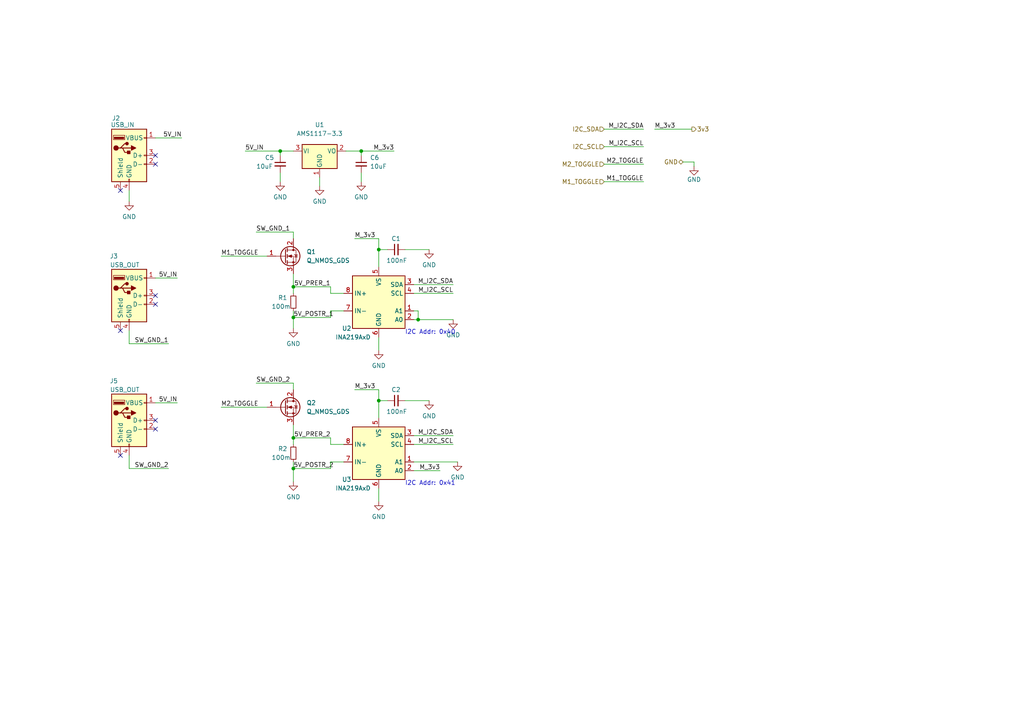
<source format=kicad_sch>
(kicad_sch (version 20211123) (generator eeschema)
  (paper "A4")
  (title_block (title "Smart USB Port") (date "2022-10-23") (rev "0.1"))
  (lib_symbols
    (symbol "Analog_ADC:INA219AxD"
      (property "Reference" "U" (at -6.35 8.89 0))
      (property "Value" "INA219AxD" (at 5.08 8.89 0))
      (symbol "INA219AxD_0_1"
        (rectangle (start -7.62 7.62) (end 7.62 -7.62) (stroke (width 0.254)) (fill (type background)))
      )
      (symbol "INA219AxD_1_1"
        (pin input line (at 10.16 -2.54 180) (length 2.54) (name "A1") (number "1"))
        (pin input line (at 10.16 -5.08 180) (length 2.54) (name "A0") (number "2"))
        (pin bidirectional line (at 10.16 5.08 180) (length 2.54) (name "SDA") (number "3"))
        (pin input line (at 10.16 2.54 180) (length 2.54) (name "SCL") (number "4"))
        (pin power_in line (at 0 10.16 270) (length 2.54) (name "VS") (number "5"))
        (pin power_in line (at 0 -10.16 90) (length 2.54) (name "GND") (number "6"))
        (pin input line (at -10.16 -2.54 0) (length 2.54) (name "IN-") (number "7"))
        (pin input line (at -10.16 2.54 0) (length 2.54) (name "IN+") (number "8"))
      )
    )
    (symbol "Connector:USB_A" (pin_names (offset 1.016))
      (property "Reference" "J" (at -5.08 11.43 0))
      (property "Value" "USB_A" (at -5.08 8.89 0))
      (symbol "USB_A_0_1"
        (rectangle (start -5.08 -7.62) (end 5.08 7.62) (stroke (width 0.254)) (fill (type background)))
        (circle (center -3.81 2.159) (radius 0.635) (stroke (width 0.254)) (fill (type outline)))
        (rectangle (start -1.524 4.826) (end -4.318 5.334) (fill (type outline)))
        (rectangle (start -1.27 4.572) (end -4.572 5.842))
        (circle (center -0.635 3.429) (radius 0.381) (stroke (width 0.254)) (fill (type outline)))
        (rectangle (start -0.127 -7.62) (end 0.127 -6.858))
        (polyline (pts (xy -3.175 2.159) (xy -2.54 2.159) (xy -1.27 3.429) (xy -0.635 3.429)) (stroke (width 0.254)))
        (polyline (pts (xy -2.54 2.159) (xy -1.905 2.159) (xy -1.27 0.889) (xy 0 0.889)) (stroke (width 0.254)))
        (polyline (pts (xy 0.635 2.794) (xy 0.635 1.524) (xy 1.905 2.159) (xy 0.635 2.794)) (stroke (width 0.254)) (fill (type outline)))
        (rectangle (start 0.254 1.27) (end -0.508 0.508) (stroke (width 0.254)) (fill (type outline)))
        (rectangle (start 5.08 -2.667) (end 4.318 -2.413))
        (rectangle (start 5.08 -0.127) (end 4.318 0.127))
        (rectangle (start 5.08 4.953) (end 4.318 5.207))
      )
      (symbol "USB_A_1_1"
        (polyline (pts (xy -1.905 2.159) (xy 0.635 2.159)) (stroke (width 0.254)))
        (pin power_in line (at 7.62 5.08 180) (length 2.54) (name "VBUS") (number "1"))
        (pin bidirectional line (at 7.62 -2.54 180) (length 2.54) (name "D-") (number "2"))
        (pin bidirectional line (at 7.62 0 180) (length 2.54) (name "D+") (number "3"))
        (pin power_in line (at 0 -10.16 90) (length 2.54) (name "GND") (number "4"))
        (pin passive line (at -2.54 -10.16 90) (length 2.54) (name "Shield") (number "5"))
      )
    )
    (symbol "Device:C_Small" (pin_numbers hide) (pin_names (offset 0.254) hide)
      (property "Reference" "C" (at 0.254 1.778 0))
      (property "Value" "C_Small" (at 0.254 -2.032 0))
      (symbol "C_Small_0_1"
        (polyline (pts (xy -1.524 -0.508) (xy 1.524 -0.508)) (stroke (width 0.3302)))
        (polyline (pts (xy -1.524 0.508) (xy 1.524 0.508)) (stroke (width 0.3048)))
      )
      (symbol "C_Small_1_1"
        (pin passive line (at 0 2.54 270) (length 2.032) (name "~") (number "1"))
        (pin passive line (at 0 -2.54 90) (length 2.032) (name "~") (number "2"))
      )
    )
    (symbol "Device:Q_NMOS_GDS" (pin_names (offset 0) hide)
      (property "Reference" "Q" (at 5.08 1.27 0))
      (property "Value" "Q_NMOS_GDS" (at 5.08 -1.27 0))
      (symbol "Q_NMOS_GDS_0_1"
        (polyline (pts (xy 0.254 0) (xy -2.54 0)))
        (polyline (pts (xy 0.254 1.905) (xy 0.254 -1.905)) (stroke (width 0.254)))
        (polyline (pts (xy 0.762 -1.27) (xy 0.762 -2.286)) (stroke (width 0.254)))
        (polyline (pts (xy 0.762 0.508) (xy 0.762 -0.508)) (stroke (width 0.254)))
        (polyline (pts (xy 0.762 2.286) (xy 0.762 1.27)) (stroke (width 0.254)))
        (polyline (pts (xy 2.54 2.54) (xy 2.54 1.778)))
        (polyline (pts (xy 2.54 -2.54) (xy 2.54 0) (xy 0.762 0)))
        (polyline (pts (xy 0.762 -1.778) (xy 3.302 -1.778) (xy 3.302 1.778) (xy 0.762 1.778)))
        (polyline (pts (xy 1.016 0) (xy 2.032 0.381) (xy 2.032 -0.381) (xy 1.016 0)) (fill (type outline)))
        (polyline (pts (xy 2.794 0.508) (xy 2.921 0.381) (xy 3.683 0.381) (xy 3.81 0.254)))
        (polyline (pts (xy 3.302 0.381) (xy 2.921 -0.254) (xy 3.683 -0.254) (xy 3.302 0.381)))
        (circle (center 1.651 0) (radius 2.794) (stroke (width 0.254)))
        (circle (center 2.54 -1.778) (radius 0.254) (fill (type outline)))
        (circle (center 2.54 1.778) (radius 0.254) (fill (type outline)))
      )
      (symbol "Q_NMOS_GDS_1_1"
        (pin input line (at -5.08 0 0) (length 2.54) (name "G") (number "1"))
        (pin passive line (at 2.54 5.08 270) (length 2.54) (name "D") (number "2"))
        (pin passive line (at 2.54 -5.08 90) (length 2.54) (name "S") (number "3"))
      )
    )
    (symbol "Device:R_Small" (pin_numbers hide) (pin_names (offset 0.254) hide)
      (property "Reference" "R" (at 0.762 0.508 0))
      (property "Value" "R_Small" (at 0.762 -1.016 0))
      (symbol "R_Small_0_1"
        (rectangle (start -0.762 1.778) (end 0.762 -1.778) (stroke (width 0.2032)))
      )
      (symbol "R_Small_1_1"
        (pin passive line (at 0 2.54 270) (length 0.762) (name "~") (number "1"))
        (pin passive line (at 0 -2.54 90) (length 0.762) (name "~") (number "2"))
      )
    )
    (symbol "Regulator_Linear:AMS1117-3.3" (pin_names (offset 0.254))
      (property "Reference" "U" (at -3.81 3.175 0))
      (property "Value" "AMS1117-3.3" (at 0 3.175 0))
      (symbol "AMS1117-3.3_0_1"
        (rectangle (start -5.08 -5.08) (end 5.08 1.905) (stroke (width 0.254)) (fill (type background)))
      )
      (symbol "AMS1117-3.3_1_1"
        (pin power_in line (at 0 -7.62 90) (length 2.54) (name "GND") (number "1"))
        (pin power_out line (at 7.62 0 180) (length 2.54) (name "VO") (number "2"))
        (pin power_in line (at -7.62 0 0) (length 2.54) (name "VI") (number "3"))
      )
    )
    (symbol "power:GND" (power) (pin_names (offset 0))
      (property "Value" "GND" (at 0 -3.81 0))
      (symbol "GND_0_1"
        (polyline (pts (xy 0 0) (xy 0 -1.27) (xy 1.27 -1.27) (xy 0 -2.54) (xy -1.27 -1.27) (xy 0 -1.27)))
      )
      (symbol "GND_1_1"
        (pin power_in line (at 0 0 270) (length 0) hide (name "GND") (number "1"))
      )
    )
  )
  (junction (at 121.285 92.71))
  (junction (at 85.09 127))
  (junction (at 85.09 83.185))
  (junction (at 109.855 72.39))
  (junction (at 109.855 116.205))
  (junction (at 85.09 92.075))
  (junction (at 81.28 43.815))
  (junction (at 85.09 135.89))
  (junction (at 104.775 43.815))
  (no_connect (at 45.085 45.085))
  (no_connect (at 45.085 47.625))
  (no_connect (at 45.085 85.725))
  (no_connect (at 45.085 88.265))
  (no_connect (at 34.925 95.885))
  (no_connect (at 34.925 55.245))
  (no_connect (at 34.925 132.08))
  (no_connect (at 45.085 121.92))
  (no_connect (at 45.085 124.46))
  (wire (pts (xy 85.09 83.185) (xy 95.885 83.185)))
  (wire (pts (xy 120.015 90.17) (xy 121.285 90.17)))
  (wire (pts (xy 99.695 133.985) (xy 95.885 133.985)))
  (wire (pts (xy 175.26 37.465) (xy 186.69 37.465)))
  (wire (pts (xy 64.135 74.295) (xy 77.47 74.295)))
  (wire (pts (xy 85.09 135.89) (xy 85.09 139.7)))
  (wire (pts (xy 104.775 43.815) (xy 114.3 43.815)))
  (wire (pts (xy 37.465 99.695) (xy 48.895 99.695)))
  (wire (pts (xy 109.855 116.205) (xy 112.395 116.205)))
  (wire (pts (xy 99.695 90.17) (xy 95.885 90.17)))
  (wire (pts (xy 102.87 69.215) (xy 109.855 69.215)))
  (wire (pts (xy 95.885 135.89) (xy 85.09 135.89)))
  (wire (pts (xy 104.775 52.705) (xy 104.775 50.165)))
  (wire (pts (xy 120.015 85.09) (xy 131.445 85.09)))
  (wire (pts (xy 120.015 126.365) (xy 131.445 126.365)))
  (wire (pts (xy 109.855 69.215) (xy 109.855 72.39)))
  (wire (pts (xy 85.09 83.185) (xy 85.09 85.09)))
  (wire (pts (xy 85.09 90.17) (xy 85.09 92.075)))
  (wire (pts (xy 186.69 52.705) (xy 175.26 52.705)))
  (wire (pts (xy 85.09 92.075) (xy 85.09 95.25)))
  (wire (pts (xy 74.295 111.125) (xy 85.09 111.125)))
  (wire (pts (xy 201.295 46.99) (xy 198.12 46.99)))
  (wire (pts (xy 85.09 69.215) (xy 85.09 67.31)))
  (wire (pts (xy 95.885 133.985) (xy 95.885 135.89)))
  (wire (pts (xy 109.855 116.205) (xy 109.855 121.285)))
  (wire (pts (xy 71.12 43.815) (xy 81.28 43.815)))
  (wire (pts (xy 109.855 141.605) (xy 109.855 145.415)))
  (wire (pts (xy 120.015 133.985) (xy 132.715 133.985)))
  (wire (pts (xy 81.28 52.705) (xy 81.28 50.165)))
  (wire (pts (xy 109.855 72.39) (xy 112.395 72.39)))
  (wire (pts (xy 95.885 128.905) (xy 95.885 127)))
  (wire (pts (xy 45.085 80.645) (xy 51.435 80.645)))
  (wire (pts (xy 120.015 128.905) (xy 131.445 128.905)))
  (wire (pts (xy 120.015 136.525) (xy 127.635 136.525)))
  (wire (pts (xy 121.285 90.17) (xy 121.285 92.71)))
  (wire (pts (xy 201.295 46.99) (xy 201.295 48.26)))
  (wire (pts (xy 120.015 92.71) (xy 121.285 92.71)))
  (wire (pts (xy 120.015 82.55) (xy 131.445 82.55)))
  (wire (pts (xy 99.695 85.09) (xy 95.885 85.09)))
  (wire (pts (xy 85.09 127) (xy 85.09 128.905)))
  (wire (pts (xy 64.135 118.11) (xy 77.47 118.11)))
  (wire (pts (xy 92.71 51.435) (xy 92.71 53.975)))
  (wire (pts (xy 45.085 40.005) (xy 52.705 40.005)))
  (wire (pts (xy 117.475 72.39) (xy 124.46 72.39)))
  (wire (pts (xy 117.475 116.205) (xy 124.46 116.205)))
  (wire (pts (xy 175.26 42.545) (xy 186.69 42.545)))
  (wire (pts (xy 109.855 72.39) (xy 109.855 77.47)))
  (wire (pts (xy 95.885 90.17) (xy 95.885 92.075)))
  (wire (pts (xy 95.885 92.075) (xy 85.09 92.075)))
  (wire (pts (xy 85.09 79.375) (xy 85.09 83.185)))
  (wire (pts (xy 85.09 113.03) (xy 85.09 111.125)))
  (wire (pts (xy 99.695 128.905) (xy 95.885 128.905)))
  (wire (pts (xy 37.465 95.885) (xy 37.465 99.695)))
  (wire (pts (xy 37.465 135.89) (xy 48.895 135.89)))
  (wire (pts (xy 109.855 113.03) (xy 109.855 116.205)))
  (wire (pts (xy 45.085 116.84) (xy 51.435 116.84)))
  (wire (pts (xy 95.885 85.09) (xy 95.885 83.185)))
  (wire (pts (xy 81.28 43.815) (xy 81.28 45.085)))
  (wire (pts (xy 100.33 43.815) (xy 104.775 43.815)))
  (wire (pts (xy 186.69 47.625) (xy 175.26 47.625)))
  (wire (pts (xy 102.87 113.03) (xy 109.855 113.03)))
  (wire (pts (xy 37.465 132.08) (xy 37.465 135.89)))
  (wire (pts (xy 104.775 43.815) (xy 104.775 45.085)))
  (wire (pts (xy 37.465 55.245) (xy 37.465 58.42)))
  (wire (pts (xy 109.855 97.79) (xy 109.855 101.6)))
  (wire (pts (xy 85.09 127) (xy 95.885 127)))
  (wire (pts (xy 189.865 37.465) (xy 200.66 37.465)))
  (wire (pts (xy 85.09 123.19) (xy 85.09 127)))
  (wire (pts (xy 74.295 67.31) (xy 85.09 67.31)))
  (wire (pts (xy 131.445 92.71) (xy 121.285 92.71)))
  (wire (pts (xy 85.09 133.985) (xy 85.09 135.89)))
  (wire (pts (xy 81.28 43.815) (xy 85.09 43.815)))
  (text "I2C Addr: 0x41" (at 117.475 140.97 0) (effects (font (size 1.27 1.27)) (justify left bottom)))
  (text "I2C Addr: 0x40" (at 117.475 97.155 0) (effects (font (size 1.27 1.27)) (justify left bottom)))
  (label "M_3v3" (at 127.635 136.525 180))
  (label "M1_TOGGLE" (at 186.69 52.705 180))
  (label "M_3v3" (at 114.3 43.815 180))
  (label "M_I2C_SCL" (at 131.445 128.905 180))
  (label "M2_TOGGLE" (at 64.135 118.11 0))
  (label "M_3v3" (at 102.87 69.215 0))
  (label "M1_TOGGLE" (at 64.135 74.295 0))
  (label "M_3v3" (at 189.865 37.465 0))
  (label "5V_IN" (at 51.435 80.645 180))
  (label "M_I2C_SDA" (at 186.69 37.465 180))
  (label "5V_IN" (at 52.705 40.005 180))
  (label "M2_TOGGLE" (at 186.69 47.625 180))
  (label "M_I2C_SDA" (at 131.445 126.365 180))
  (label "M_3v3" (at 102.87 113.03 0))
  (label "5V_PRER_1" (at 95.885 83.185 180))
  (label "5V_IN" (at 71.12 43.815 0))
  (label "M_I2C_SDA" (at 131.445 82.55 180))
  (label "5V_POSTR_2" (at 85.09 135.89 0))
  (label "SW_GND_1" (at 48.895 99.695 180))
  (label "M_I2C_SCL" (at 186.69 42.545 180))
  (label "SW_GND_2" (at 74.295 111.125 0))
  (label "5V_IN" (at 51.435 116.84 180))
  (label "SW_GND_2" (at 48.895 135.89 180))
  (label "SW_GND_1" (at 74.295 67.31 0))
  (label "5V_PRER_2" (at 95.885 127 180))
  (label "M_I2C_SCL" (at 131.445 85.09 180))
  (label "5V_POSTR_1" (at 85.09 92.075 0))
  (hierarchical_label "GND" (shape bidirectional) (at 198.12 46.99 180))
  (hierarchical_label "I2C_SCL" (shape input) (at 175.26 42.545 180))
  (hierarchical_label "3v3" (shape output) (at 200.66 37.465 0))
  (hierarchical_label "M2_TOGGLE" (shape input) (at 175.26 47.625 180))
  (hierarchical_label "I2C_SDA" (shape input) (at 175.26 37.465 180))
  (hierarchical_label "M1_TOGGLE" (shape input) (at 175.26 52.705 180))
  (symbol (lib_id "power:GND") (at 104.775 52.705 0) (unit 1)
    (property "Reference" "#PWR05" (effects hide))
    (property "Value" "GND" (at 104.775 57.15 0))
  )
  (symbol (lib_id "Device:R_Small") (at 85.09 131.445 0) (unit 1)
    (property "Reference" "R2" (at 80.645 130.1749 0) (effects (justify left)))
    (property "Value" "100m" (at 78.74 132.7149 0) (effects (justify left)))
    (property "Footprint" "Resistor_SMD:R_2010_5025Metric" (effects hide))
    (property "LCSC Part Number" "C474250" (effects hide))
    (property "Manufacturer" "UNI-ROYAL(Uniroyal Elec)" (effects hide))
    (property "Manufacturer Part Number" "201007F100LT4E" (effects hide))
  )
  (symbol (lib_id "power:GND") (at 124.46 72.39 0) (unit 1)
    (property "Reference" "#PWR07" (effects hide))
    (property "Value" "GND" (at 124.46 76.835 0))
  )
  (symbol (lib_id "power:GND") (at 109.855 145.415 0) (unit 1)
    (property "Reference" "#PWR0101" (effects hide))
    (property "Value" "GND" (at 109.855 149.86 0))
  )
  (symbol (lib_id "Device:Q_NMOS_GDS") (at 82.55 118.11 0) (unit 1)
    (property "Reference" "Q2" (at 88.9 116.8399 0) (effects (justify left)))
    (property "Value" "Q_NMOS_GDS" (at 88.9 119.3799 0) (effects (justify left)))
    (property "Footprint" "Library:YJL3400A" (effects hide))
    (property "LCSC Part Number" "C699302" (effects hide))
    (property "Manufacturer" "Yangzhou Yangjie Elec Tech" (effects hide))
    (property "Manufacturer Part Number" "YJL3400A" (effects hide))
  )
  (symbol (lib_id "power:GND") (at 37.465 58.42 0) (unit 1)
    (property "Reference" "#PWR01" (effects hide))
    (property "Value" "GND" (at 37.465 62.865 0))
  )
  (symbol (lib_id "power:GND") (at 124.46 116.205 0) (unit 1)
    (property "Reference" "#PWR08" (effects hide))
    (property "Value" "GND" (at 124.46 120.65 0))
  )
  (symbol (lib_id "power:GND") (at 92.71 53.975 0) (unit 1)
    (property "Reference" "#PWR04" (effects hide))
    (property "Value" "GND" (at 92.71 58.42 0))
  )
  (symbol (lib_id "power:GND") (at 109.855 101.6 0) (unit 1)
    (property "Reference" "#PWR06" (effects hide))
    (property "Value" "GND" (at 109.855 106.045 0))
  )
  (symbol (lib_id "power:GND") (at 132.715 133.985 0) (unit 1)
    (property "Reference" "#PWR010" (effects hide))
    (property "Value" "GND" (at 132.715 138.43 0))
  )
  (symbol (lib_id "Connector:USB_A") (at 37.465 85.725 0) (unit 1)
    (property "Reference" "J3" (at 33.02 74.295 0))
    (property "Value" "USB_OUT" (at 36.195 76.835 0))
    (property "Footprint" "Library:904-131A2032S10100" (effects hide))
    (property "Datasheet" " ~" (effects hide))
    (property "LCSC Part Number" "C8328" (effects hide))
    (property "Manufacturer" "Jing Extension of the Electronic Co." (effects hide))
    (property "Manufacturer Part Number" "904-131A2032S10100" (effects hide))
  )
  (symbol (lib_id "power:GND") (at 85.09 139.7 0) (unit 1)
    (property "Reference" "#PWR0104" (effects hide))
    (property "Value" "GND" (at 85.09 144.145 0))
  )
  (symbol (lib_id "Analog_ADC:INA219AxD") (at 109.855 131.445 0) (unit 1)
    (property "Reference" "U3" (at 99.1744 139.065 0) (effects (justify left)))
    (property "Value" "INA219AxD" (at 97.2694 141.605 0) (effects (justify left)))
    (property "Footprint" "Package_SO:SOIC-8_3.9x4.9mm_P1.27mm" (effects hide))
    (property "Datasheet" "http://www.ti.com/lit/ds/symlink/ina219.pdf" (effects hide))
    (property "LCSC Part Number" "C138706" (effects hide))
    (property "Manufacturer" "Texas Instruments" (effects hide))
    (property "Manufacturer Part Number" "INA219AIDR" (effects hide))
  )
  (symbol (lib_id "Connector:USB_A") (at 37.465 121.92 0) (unit 1)
    (property "Reference" "J5" (at 33.02 110.49 0))
    (property "Value" "USB_OUT" (at 36.195 113.03 0))
    (property "Footprint" "Library:904-131A2032S10100" (effects hide))
    (property "Datasheet" " ~" (effects hide))
    (property "LCSC Part Number" "C8328" (effects hide))
    (property "Manufacturer" "Jing Extension of the Electronic Co." (effects hide))
    (property "Manufacturer Part Number" "904-131A2032S10100" (effects hide))
  )
  (symbol (lib_id "power:GND") (at 81.28 52.705 0) (unit 1)
    (property "Reference" "#PWR03" (effects hide))
    (property "Value" "GND" (at 81.28 57.15 0))
  )
  (symbol (lib_id "Device:Q_NMOS_GDS") (at 82.55 74.295 0) (unit 1)
    (property "Reference" "Q1" (at 88.9 73.0249 0) (effects (justify left)))
    (property "Value" "Q_NMOS_GDS" (at 88.9 75.5649 0) (effects (justify left)))
    (property "Footprint" "Library:YJL3400A" (effects hide))
    (property "LCSC Part Number" "C699302" (effects hide))
    (property "Manufacturer" "Yangzhou Yangjie Elec Tech" (effects hide))
    (property "Manufacturer Part Number" "YJL3400A" (effects hide))
  )
  (symbol (lib_id "Connector:USB_A") (at 37.465 45.085 0) (unit 1)
    (property "Reference" "J2" (at 33.655 34.29 0))
    (property "Value" "USB_IN" (at 35.56 36.195 0))
    (property "Footprint" "Library:U217-041N-4BV81" (effects hide))
    (property "Datasheet" " ~" (effects hide))
    (property "LCSC Part Number" "C319178" (effects hide))
    (property "Manufacturer" "XKB Connectivity" (effects hide))
    (property "Manufacturer Part Number" "U217-041N-4BV81" (effects hide))
  )
  (symbol (lib_id "Device:C_Small") (at 114.935 116.205 90) (unit 1)
    (property "Reference" "C2" (at 116.2112 113.03 90) (effects (justify left)))
    (property "Value" "100nF" (at 118.1162 119.38 90) (effects (justify left)))
    (property "Footprint" "Capacitor_SMD:C_0603_1608Metric" (effects hide))
    (property "LCSC Part Number" "C1591" (effects hide))
    (property "Manufacturer" "Samsung Electro-Mechanics" (effects hide))
    (property "Manufacturer Part Number" "CL10B104KB8NNNC" (effects hide))
  )
  (symbol (lib_id "Device:C_Small") (at 81.28 47.625 0) (unit 1)
    (property "Reference" "C5" (at 76.835 45.7262 0) (effects (justify left)))
    (property "Value" "10uF" (at 74.295 48.2662 0) (effects (justify left)))
    (property "Footprint" "Capacitor_SMD:C_0603_1608Metric" (effects hide))
    (property "LCSC Part Number" "C19702" (effects hide))
    (property "Manufacturer" "Samsung Electro-Mechanics" (effects hide))
    (property "Manufacturer Part Number" "CL10A106KP8NNNC" (effects hide))
  )
  (symbol (lib_id "Device:R_Small") (at 85.09 87.63 0) (unit 1)
    (property "Reference" "R1" (at 80.645 86.3599 0) (effects (justify left)))
    (property "Value" "100m" (at 78.74 88.8999 0) (effects (justify left)))
    (property "Footprint" "Resistor_SMD:R_2010_5025Metric" (effects hide))
    (property "LCSC Part Number" "C474250" (effects hide))
    (property "Manufacturer" "UNI-ROYAL(Uniroyal Elec)" (effects hide))
    (property "Manufacturer Part Number" "201007F100LT4E" (effects hide))
  )
  (symbol (lib_id "Device:C_Small") (at 114.935 72.39 90) (unit 1)
    (property "Reference" "C1" (at 116.2112 69.215 90) (effects (justify left)))
    (property "Value" "100nF" (at 118.1162 75.565 90) (effects (justify left)))
    (property "Footprint" "Capacitor_SMD:C_0603_1608Metric" (effects hide))
    (property "LCSC Part Number" "C1591" (effects hide))
    (property "Manufacturer" "Samsung Electro-Mechanics" (effects hide))
    (property "Manufacturer Part Number" "CL10B104KB8NNNC" (effects hide))
  )
  (symbol (lib_id "Device:C_Small") (at 104.775 47.625 0) (unit 1)
    (property "Reference" "C6" (at 107.315 45.7262 0) (effects (justify left)))
    (property "Value" "10uF" (at 107.315 48.2662 0) (effects (justify left)))
    (property "Footprint" "Capacitor_SMD:C_0603_1608Metric" (effects hide))
    (property "LCSC Part Number" "C19702" (effects hide))
    (property "Manufacturer" "Samsung Electro-Mechanics" (effects hide))
    (property "Manufacturer Part Number" "CL10A106KP8NNNC" (effects hide))
  )
  (symbol (lib_id "power:GND") (at 85.09 95.25 0) (unit 1)
    (property "Reference" "#PWR0103" (effects hide))
    (property "Value" "GND" (at 85.09 99.695 0))
  )
  (symbol (lib_id "power:GND") (at 201.295 48.26 0) (unit 1)
    (property "Reference" "#PWR011" (effects hide))
    (property "Value" "GND" (at 201.295 52.07 0))
  )
  (symbol (lib_id "Analog_ADC:INA219AxD") (at 109.855 87.63 0) (unit 1)
    (property "Reference" "U2" (at 99.1744 95.25 0) (effects (justify left)))
    (property "Value" "INA219AxD" (at 97.2694 97.79 0) (effects (justify left)))
    (property "Footprint" "Package_SO:SOIC-8_3.9x4.9mm_P1.27mm" (effects hide))
    (property "Datasheet" "http://www.ti.com/lit/ds/symlink/ina219.pdf" (effects hide))
    (property "LCSC Part Number" "C138706" (effects hide))
    (property "Manufacturer" "Texas Instruments" (effects hide))
    (property "Manufacturer Part Number" "INA219AIDR" (effects hide))
  )
  (symbol (lib_id "Regulator_Linear:AMS1117-3.3") (at 92.71 43.815 0) (unit 1)
    (property "Reference" "U1" (at 92.71 36.195 0))
    (property "Value" "AMS1117-3.3" (at 92.71 38.735 0))
    (property "Footprint" "Package_TO_SOT_SMD:SOT-223-3_TabPin2" (effects hide))
    (property "Datasheet" "http://www.advanced-monolithic.com/pdf/ds1117.pdf" (effects hide))
    (property "LCSC Part Number" "C347222" (effects hide))
    (property "Manufacturer" "UMW(Youtai Semiconductor Co., Ltd.)" (effects hide))
    (property "Manufacturer Part Number" "AMS1117-3.3" (effects hide))
  )
  (symbol (lib_id "power:GND") (at 131.445 92.71 0) (unit 1)
    (property "Reference" "#PWR09" (effects hide))
    (property "Value" "GND" (at 131.445 97.155 0))
  )
)
</source>
